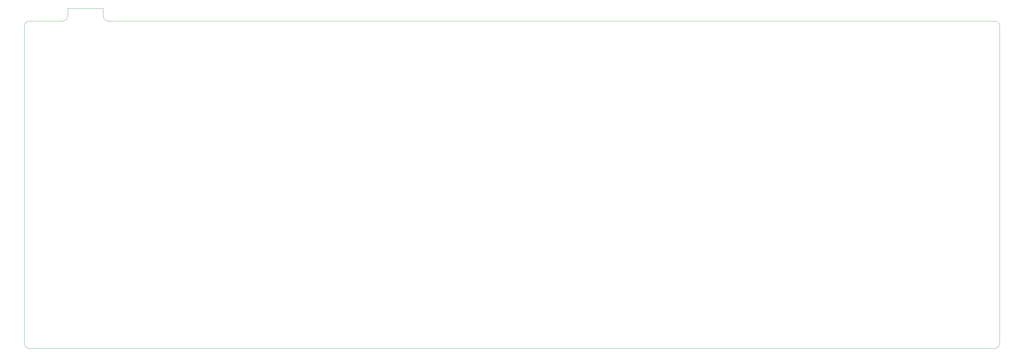
<source format=gbr>
G04 #@! TF.GenerationSoftware,KiCad,Pcbnew,(5.1.12)-1*
G04 #@! TF.CreationDate,2022-01-22T22:18:12+07:00*
G04 #@! TF.ProjectId,PCB,5043422e-6b69-4636-9164-5f7063625858,rev?*
G04 #@! TF.SameCoordinates,Original*
G04 #@! TF.FileFunction,Profile,NP*
%FSLAX46Y46*%
G04 Gerber Fmt 4.6, Leading zero omitted, Abs format (unit mm)*
G04 Created by KiCad (PCBNEW (5.1.12)-1) date 2022-01-22 22:18:12*
%MOMM*%
%LPD*%
G01*
G04 APERTURE LIST*
G04 #@! TA.AperFunction,Profile*
%ADD10C,0.050000*%
G04 #@! TD*
G04 APERTURE END LIST*
D10*
X23812500Y-124618750D02*
X23812500Y-121443750D01*
X327025000Y-126206250D02*
X25400000Y-126206250D01*
X328612500Y-121443750D02*
X328612500Y-124618750D01*
X328612500Y-121443750D02*
X328612500Y-120650000D01*
X328612500Y-120650000D02*
X328612500Y-117475000D01*
X23812500Y-117475000D02*
X23812500Y-121443750D01*
X48418750Y-19843750D02*
X48418750Y-22225000D01*
X37306250Y-19843750D02*
X48418750Y-19843750D01*
X37306250Y-22225000D02*
X37306250Y-19843750D01*
X25400000Y-23812500D02*
X35718750Y-23812500D01*
X23812500Y-117475000D02*
X23812500Y-25400000D01*
X328612500Y-25400000D02*
X328612500Y-117475000D01*
X50006250Y-23812500D02*
X327025000Y-23812500D01*
X50006250Y-23812500D02*
G75*
G02*
X48418750Y-22225000I0J1587500D01*
G01*
X37306250Y-22225000D02*
G75*
G02*
X35718750Y-23812500I-1587500J0D01*
G01*
X23812500Y-25400000D02*
G75*
G02*
X25400000Y-23812500I1587500J0D01*
G01*
X25400000Y-126206250D02*
G75*
G02*
X23812500Y-124618750I0J1587500D01*
G01*
X328612500Y-124618750D02*
G75*
G02*
X327025000Y-126206250I-1587500J0D01*
G01*
X327025000Y-23812500D02*
G75*
G02*
X328612500Y-25400000I0J-1587500D01*
G01*
M02*

</source>
